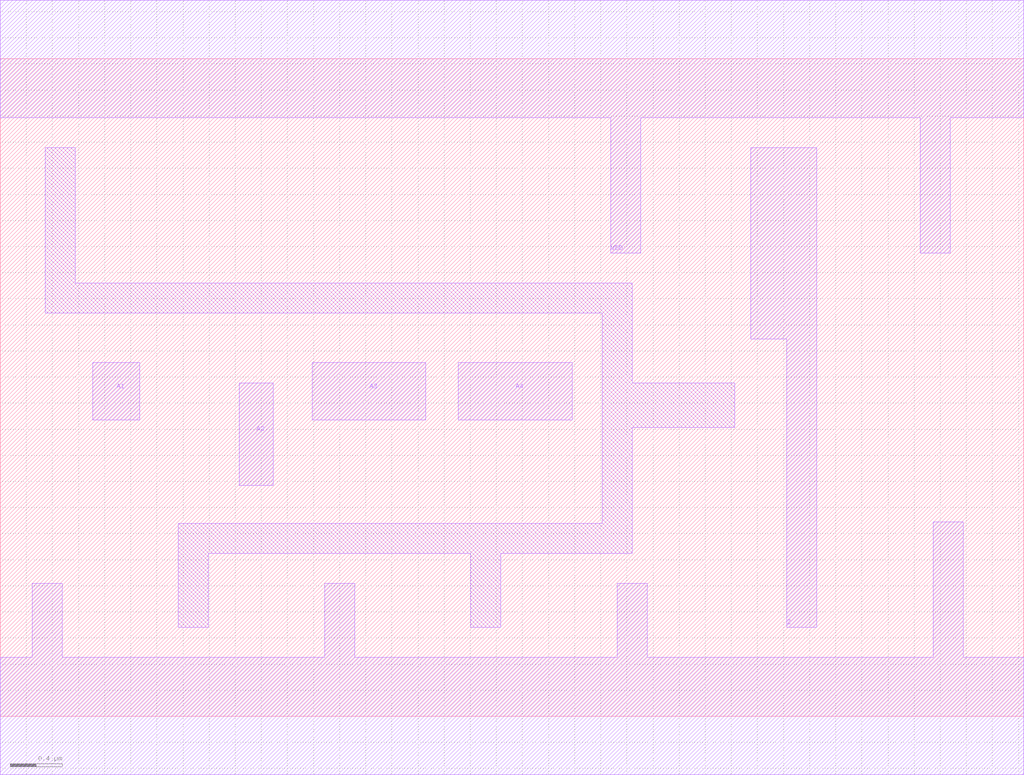
<source format=lef>
# Copyright 2022 GlobalFoundries PDK Authors
#
# Licensed under the Apache License, Version 2.0 (the "License");
# you may not use this file except in compliance with the License.
# You may obtain a copy of the License at
#
#      http://www.apache.org/licenses/LICENSE-2.0
#
# Unless required by applicable law or agreed to in writing, software
# distributed under the License is distributed on an "AS IS" BASIS,
# WITHOUT WARRANTIES OR CONDITIONS OF ANY KIND, either express or implied.
# See the License for the specific language governing permissions and
# limitations under the License.

MACRO gf180mcu_fd_sc_mcu9t5v0__or4_2
  CLASS core ;
  FOREIGN gf180mcu_fd_sc_mcu9t5v0__or4_2 0.0 0.0 ;
  ORIGIN 0 0 ;
  SYMMETRY X Y ;
  SITE GF018hv5v_green_sc9 ;
  SIZE 7.84 BY 5.04 ;
  PIN A1
    DIRECTION INPUT ;
    ANTENNAGATEAREA 1.389 ;
    PORT
      LAYER Metal1 ;
        POLYGON 0.71 2.27 1.07 2.27 1.07 2.71 0.71 2.71  ;
    END
  END A1
  PIN A2
    DIRECTION INPUT ;
    ANTENNAGATEAREA 1.389 ;
    PORT
      LAYER Metal1 ;
        POLYGON 1.83 1.77 2.09 1.77 2.09 2.555 1.83 2.555  ;
    END
  END A2
  PIN A3
    DIRECTION INPUT ;
    ANTENNAGATEAREA 1.389 ;
    PORT
      LAYER Metal1 ;
        POLYGON 2.39 2.27 3.26 2.27 3.26 2.71 2.39 2.71  ;
    END
  END A3
  PIN A4
    DIRECTION INPUT ;
    ANTENNAGATEAREA 1.389 ;
    PORT
      LAYER Metal1 ;
        POLYGON 3.51 2.27 4.38 2.27 4.38 2.71 3.51 2.71  ;
    END
  END A4
  PIN Z
    DIRECTION OUTPUT ;
    ANTENNADIFFAREA 1.7295 ;
    PORT
      LAYER Metal1 ;
        POLYGON 5.75 2.89 6.025 2.89 6.025 0.68 6.255 0.68 6.255 4.36 5.75 4.36  ;
    END
  END Z
  PIN VDD
    DIRECTION INOUT ;
    USE power ;
    SHAPE ABUTMENT ;
    PORT
      LAYER Metal1 ;
        POLYGON 0 4.59 4.675 4.59 4.675 3.55 4.905 3.55 4.905 4.59 5.625 4.59 7.045 4.59 7.045 3.55 7.275 3.55 7.275 4.59 7.84 4.59 7.84 5.49 5.625 5.49 0 5.49  ;
    END
  END VDD
  PIN VSS
    DIRECTION INOUT ;
    USE ground ;
    SHAPE ABUTMENT ;
    PORT
      LAYER Metal1 ;
        POLYGON 0 -0.45 7.84 -0.45 7.84 0.45 7.375 0.45 7.375 1.49 7.145 1.49 7.145 0.45 4.955 0.45 4.955 1.02 4.725 1.02 4.725 0.45 2.715 0.45 2.715 1.02 2.485 1.02 2.485 0.45 0.475 0.45 0.475 1.02 0.245 1.02 0.245 0.45 0 0.45  ;
    END
  END VSS
  OBS
      LAYER Metal1 ;
        POLYGON 0.345 3.09 4.61 3.09 4.61 1.48 1.365 1.48 1.365 0.68 1.595 0.68 1.595 1.25 3.605 1.25 3.605 0.68 3.835 0.68 3.835 1.25 4.84 1.25 4.84 2.215 5.625 2.215 5.625 2.555 4.84 2.555 4.84 3.32 0.575 3.32 0.575 4.36 0.345 4.36  ;
  END
END gf180mcu_fd_sc_mcu9t5v0__or4_2

</source>
